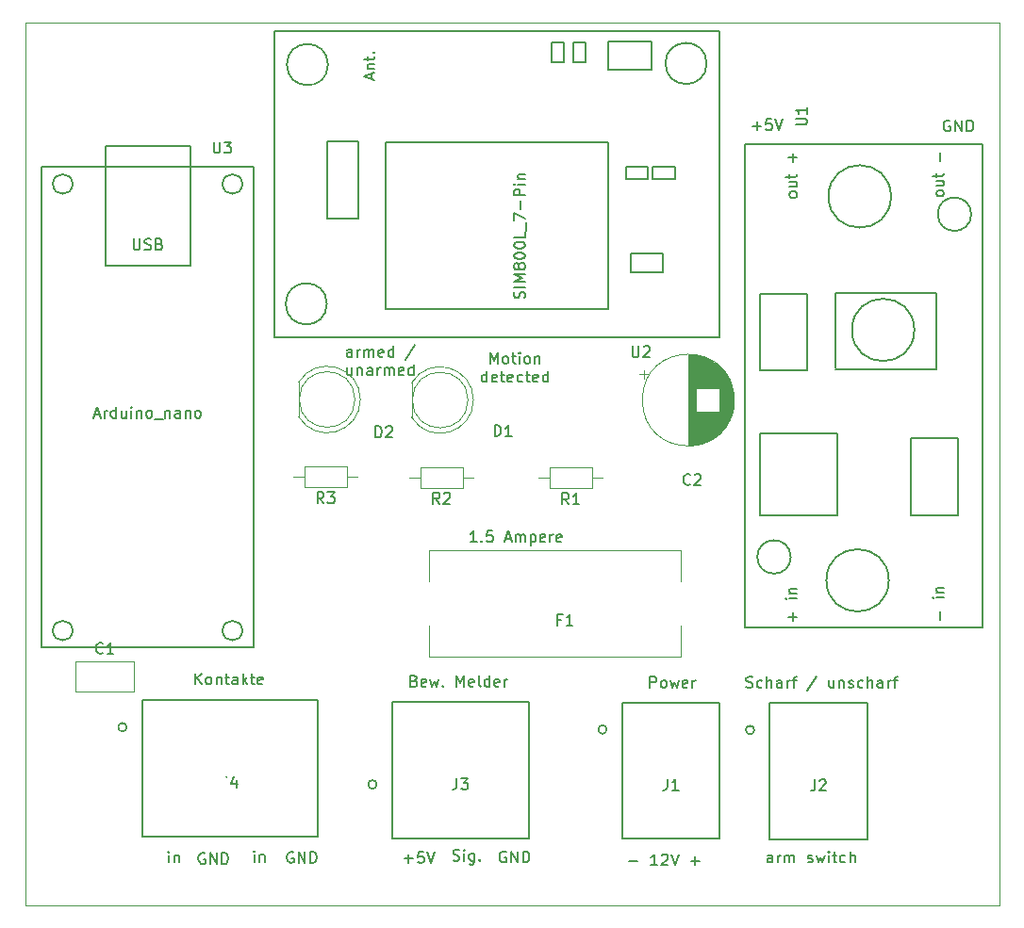
<source format=gto>
G04 #@! TF.GenerationSoftware,KiCad,Pcbnew,(5.1.5)-3*
G04 #@! TF.CreationDate,2021-05-03T11:12:42+02:00*
G04 #@! TF.ProjectId,GSM-Alarmanlage,47534d2d-416c-4617-926d-616e6c616765,rev?*
G04 #@! TF.SameCoordinates,Original*
G04 #@! TF.FileFunction,Legend,Top*
G04 #@! TF.FilePolarity,Positive*
%FSLAX46Y46*%
G04 Gerber Fmt 4.6, Leading zero omitted, Abs format (unit mm)*
G04 Created by KiCad (PCBNEW (5.1.5)-3) date 2021-05-03 11:12:42*
%MOMM*%
%LPD*%
G04 APERTURE LIST*
%ADD10C,0.150000*%
%ADD11C,0.120000*%
%ADD12C,0.152400*%
%ADD13O,2.134000X1.829200*%
%ADD14C,1.626000*%
%ADD15C,1.902000*%
%ADD16R,1.902000X1.902000*%
%ADD17C,1.502000*%
%ADD18O,1.502000X1.502000*%
%ADD19R,1.626000X1.626000*%
%ADD20R,1.702000X1.702000*%
%ADD21C,1.702000*%
%ADD22C,3.102000*%
%ADD23C,3.302000*%
G04 APERTURE END LIST*
D10*
X183038095Y-78800000D02*
X182942857Y-78752380D01*
X182800000Y-78752380D01*
X182657142Y-78800000D01*
X182561904Y-78895238D01*
X182514285Y-78990476D01*
X182466666Y-79180952D01*
X182466666Y-79323809D01*
X182514285Y-79514285D01*
X182561904Y-79609523D01*
X182657142Y-79704761D01*
X182800000Y-79752380D01*
X182895238Y-79752380D01*
X183038095Y-79704761D01*
X183085714Y-79657142D01*
X183085714Y-79323809D01*
X182895238Y-79323809D01*
X183514285Y-79752380D02*
X183514285Y-78752380D01*
X184085714Y-79752380D01*
X184085714Y-78752380D01*
X184561904Y-79752380D02*
X184561904Y-78752380D01*
X184800000Y-78752380D01*
X184942857Y-78800000D01*
X185038095Y-78895238D01*
X185085714Y-78990476D01*
X185133333Y-79180952D01*
X185133333Y-79323809D01*
X185085714Y-79514285D01*
X185038095Y-79609523D01*
X184942857Y-79704761D01*
X184800000Y-79752380D01*
X184561904Y-79752380D01*
X165314285Y-79271428D02*
X166076190Y-79271428D01*
X165695238Y-79652380D02*
X165695238Y-78890476D01*
X167028571Y-78652380D02*
X166552380Y-78652380D01*
X166504761Y-79128571D01*
X166552380Y-79080952D01*
X166647619Y-79033333D01*
X166885714Y-79033333D01*
X166980952Y-79080952D01*
X167028571Y-79128571D01*
X167076190Y-79223809D01*
X167076190Y-79461904D01*
X167028571Y-79557142D01*
X166980952Y-79604761D01*
X166885714Y-79652380D01*
X166647619Y-79652380D01*
X166552380Y-79604761D01*
X166504761Y-79557142D01*
X167361904Y-78652380D02*
X167695238Y-79652380D01*
X168028571Y-78652380D01*
X140576190Y-116652380D02*
X140004761Y-116652380D01*
X140290476Y-116652380D02*
X140290476Y-115652380D01*
X140195238Y-115795238D01*
X140100000Y-115890476D01*
X140004761Y-115938095D01*
X141004761Y-116557142D02*
X141052380Y-116604761D01*
X141004761Y-116652380D01*
X140957142Y-116604761D01*
X141004761Y-116557142D01*
X141004761Y-116652380D01*
X141957142Y-115652380D02*
X141480952Y-115652380D01*
X141433333Y-116128571D01*
X141480952Y-116080952D01*
X141576190Y-116033333D01*
X141814285Y-116033333D01*
X141909523Y-116080952D01*
X141957142Y-116128571D01*
X142004761Y-116223809D01*
X142004761Y-116461904D01*
X141957142Y-116557142D01*
X141909523Y-116604761D01*
X141814285Y-116652380D01*
X141576190Y-116652380D01*
X141480952Y-116604761D01*
X141433333Y-116557142D01*
X143147619Y-116366666D02*
X143623809Y-116366666D01*
X143052380Y-116652380D02*
X143385714Y-115652380D01*
X143719047Y-116652380D01*
X144052380Y-116652380D02*
X144052380Y-115985714D01*
X144052380Y-116080952D02*
X144100000Y-116033333D01*
X144195238Y-115985714D01*
X144338095Y-115985714D01*
X144433333Y-116033333D01*
X144480952Y-116128571D01*
X144480952Y-116652380D01*
X144480952Y-116128571D02*
X144528571Y-116033333D01*
X144623809Y-115985714D01*
X144766666Y-115985714D01*
X144861904Y-116033333D01*
X144909523Y-116128571D01*
X144909523Y-116652380D01*
X145385714Y-115985714D02*
X145385714Y-116985714D01*
X145385714Y-116033333D02*
X145480952Y-115985714D01*
X145671428Y-115985714D01*
X145766666Y-116033333D01*
X145814285Y-116080952D01*
X145861904Y-116176190D01*
X145861904Y-116461904D01*
X145814285Y-116557142D01*
X145766666Y-116604761D01*
X145671428Y-116652380D01*
X145480952Y-116652380D01*
X145385714Y-116604761D01*
X146671428Y-116604761D02*
X146576190Y-116652380D01*
X146385714Y-116652380D01*
X146290476Y-116604761D01*
X146242857Y-116509523D01*
X146242857Y-116128571D01*
X146290476Y-116033333D01*
X146385714Y-115985714D01*
X146576190Y-115985714D01*
X146671428Y-116033333D01*
X146719047Y-116128571D01*
X146719047Y-116223809D01*
X146242857Y-116319047D01*
X147147619Y-116652380D02*
X147147619Y-115985714D01*
X147147619Y-116176190D02*
X147195238Y-116080952D01*
X147242857Y-116033333D01*
X147338095Y-115985714D01*
X147433333Y-115985714D01*
X148147619Y-116604761D02*
X148052380Y-116652380D01*
X147861904Y-116652380D01*
X147766666Y-116604761D01*
X147719047Y-116509523D01*
X147719047Y-116128571D01*
X147766666Y-116033333D01*
X147861904Y-115985714D01*
X148052380Y-115985714D01*
X148147619Y-116033333D01*
X148195238Y-116128571D01*
X148195238Y-116223809D01*
X147719047Y-116319047D01*
X129352380Y-100027380D02*
X129352380Y-99503571D01*
X129304761Y-99408333D01*
X129209523Y-99360714D01*
X129019047Y-99360714D01*
X128923809Y-99408333D01*
X129352380Y-99979761D02*
X129257142Y-100027380D01*
X129019047Y-100027380D01*
X128923809Y-99979761D01*
X128876190Y-99884523D01*
X128876190Y-99789285D01*
X128923809Y-99694047D01*
X129019047Y-99646428D01*
X129257142Y-99646428D01*
X129352380Y-99598809D01*
X129828571Y-100027380D02*
X129828571Y-99360714D01*
X129828571Y-99551190D02*
X129876190Y-99455952D01*
X129923809Y-99408333D01*
X130019047Y-99360714D01*
X130114285Y-99360714D01*
X130447619Y-100027380D02*
X130447619Y-99360714D01*
X130447619Y-99455952D02*
X130495238Y-99408333D01*
X130590476Y-99360714D01*
X130733333Y-99360714D01*
X130828571Y-99408333D01*
X130876190Y-99503571D01*
X130876190Y-100027380D01*
X130876190Y-99503571D02*
X130923809Y-99408333D01*
X131019047Y-99360714D01*
X131161904Y-99360714D01*
X131257142Y-99408333D01*
X131304761Y-99503571D01*
X131304761Y-100027380D01*
X132161904Y-99979761D02*
X132066666Y-100027380D01*
X131876190Y-100027380D01*
X131780952Y-99979761D01*
X131733333Y-99884523D01*
X131733333Y-99503571D01*
X131780952Y-99408333D01*
X131876190Y-99360714D01*
X132066666Y-99360714D01*
X132161904Y-99408333D01*
X132209523Y-99503571D01*
X132209523Y-99598809D01*
X131733333Y-99694047D01*
X133066666Y-100027380D02*
X133066666Y-99027380D01*
X133066666Y-99979761D02*
X132971428Y-100027380D01*
X132780952Y-100027380D01*
X132685714Y-99979761D01*
X132638095Y-99932142D01*
X132590476Y-99836904D01*
X132590476Y-99551190D01*
X132638095Y-99455952D01*
X132685714Y-99408333D01*
X132780952Y-99360714D01*
X132971428Y-99360714D01*
X133066666Y-99408333D01*
X135019047Y-98979761D02*
X134161904Y-100265476D01*
X129352380Y-101010714D02*
X129352380Y-101677380D01*
X128923809Y-101010714D02*
X128923809Y-101534523D01*
X128971428Y-101629761D01*
X129066666Y-101677380D01*
X129209523Y-101677380D01*
X129304761Y-101629761D01*
X129352380Y-101582142D01*
X129828571Y-101010714D02*
X129828571Y-101677380D01*
X129828571Y-101105952D02*
X129876190Y-101058333D01*
X129971428Y-101010714D01*
X130114285Y-101010714D01*
X130209523Y-101058333D01*
X130257142Y-101153571D01*
X130257142Y-101677380D01*
X131161904Y-101677380D02*
X131161904Y-101153571D01*
X131114285Y-101058333D01*
X131019047Y-101010714D01*
X130828571Y-101010714D01*
X130733333Y-101058333D01*
X131161904Y-101629761D02*
X131066666Y-101677380D01*
X130828571Y-101677380D01*
X130733333Y-101629761D01*
X130685714Y-101534523D01*
X130685714Y-101439285D01*
X130733333Y-101344047D01*
X130828571Y-101296428D01*
X131066666Y-101296428D01*
X131161904Y-101248809D01*
X131638095Y-101677380D02*
X131638095Y-101010714D01*
X131638095Y-101201190D02*
X131685714Y-101105952D01*
X131733333Y-101058333D01*
X131828571Y-101010714D01*
X131923809Y-101010714D01*
X132257142Y-101677380D02*
X132257142Y-101010714D01*
X132257142Y-101105952D02*
X132304761Y-101058333D01*
X132400000Y-101010714D01*
X132542857Y-101010714D01*
X132638095Y-101058333D01*
X132685714Y-101153571D01*
X132685714Y-101677380D01*
X132685714Y-101153571D02*
X132733333Y-101058333D01*
X132828571Y-101010714D01*
X132971428Y-101010714D01*
X133066666Y-101058333D01*
X133114285Y-101153571D01*
X133114285Y-101677380D01*
X133971428Y-101629761D02*
X133876190Y-101677380D01*
X133685714Y-101677380D01*
X133590476Y-101629761D01*
X133542857Y-101534523D01*
X133542857Y-101153571D01*
X133590476Y-101058333D01*
X133685714Y-101010714D01*
X133876190Y-101010714D01*
X133971428Y-101058333D01*
X134019047Y-101153571D01*
X134019047Y-101248809D01*
X133542857Y-101344047D01*
X134876190Y-101677380D02*
X134876190Y-100677380D01*
X134876190Y-101629761D02*
X134780952Y-101677380D01*
X134590476Y-101677380D01*
X134495238Y-101629761D01*
X134447619Y-101582142D01*
X134400000Y-101486904D01*
X134400000Y-101201190D01*
X134447619Y-101105952D01*
X134495238Y-101058333D01*
X134590476Y-101010714D01*
X134780952Y-101010714D01*
X134876190Y-101058333D01*
X141785714Y-100627380D02*
X141785714Y-99627380D01*
X142119047Y-100341666D01*
X142452380Y-99627380D01*
X142452380Y-100627380D01*
X143071428Y-100627380D02*
X142976190Y-100579761D01*
X142928571Y-100532142D01*
X142880952Y-100436904D01*
X142880952Y-100151190D01*
X142928571Y-100055952D01*
X142976190Y-100008333D01*
X143071428Y-99960714D01*
X143214285Y-99960714D01*
X143309523Y-100008333D01*
X143357142Y-100055952D01*
X143404761Y-100151190D01*
X143404761Y-100436904D01*
X143357142Y-100532142D01*
X143309523Y-100579761D01*
X143214285Y-100627380D01*
X143071428Y-100627380D01*
X143690476Y-99960714D02*
X144071428Y-99960714D01*
X143833333Y-99627380D02*
X143833333Y-100484523D01*
X143880952Y-100579761D01*
X143976190Y-100627380D01*
X144071428Y-100627380D01*
X144404761Y-100627380D02*
X144404761Y-99960714D01*
X144404761Y-99627380D02*
X144357142Y-99675000D01*
X144404761Y-99722619D01*
X144452380Y-99675000D01*
X144404761Y-99627380D01*
X144404761Y-99722619D01*
X145023809Y-100627380D02*
X144928571Y-100579761D01*
X144880952Y-100532142D01*
X144833333Y-100436904D01*
X144833333Y-100151190D01*
X144880952Y-100055952D01*
X144928571Y-100008333D01*
X145023809Y-99960714D01*
X145166666Y-99960714D01*
X145261904Y-100008333D01*
X145309523Y-100055952D01*
X145357142Y-100151190D01*
X145357142Y-100436904D01*
X145309523Y-100532142D01*
X145261904Y-100579761D01*
X145166666Y-100627380D01*
X145023809Y-100627380D01*
X145785714Y-99960714D02*
X145785714Y-100627380D01*
X145785714Y-100055952D02*
X145833333Y-100008333D01*
X145928571Y-99960714D01*
X146071428Y-99960714D01*
X146166666Y-100008333D01*
X146214285Y-100103571D01*
X146214285Y-100627380D01*
X141476190Y-102277380D02*
X141476190Y-101277380D01*
X141476190Y-102229761D02*
X141380952Y-102277380D01*
X141190476Y-102277380D01*
X141095238Y-102229761D01*
X141047619Y-102182142D01*
X141000000Y-102086904D01*
X141000000Y-101801190D01*
X141047619Y-101705952D01*
X141095238Y-101658333D01*
X141190476Y-101610714D01*
X141380952Y-101610714D01*
X141476190Y-101658333D01*
X142333333Y-102229761D02*
X142238095Y-102277380D01*
X142047619Y-102277380D01*
X141952380Y-102229761D01*
X141904761Y-102134523D01*
X141904761Y-101753571D01*
X141952380Y-101658333D01*
X142047619Y-101610714D01*
X142238095Y-101610714D01*
X142333333Y-101658333D01*
X142380952Y-101753571D01*
X142380952Y-101848809D01*
X141904761Y-101944047D01*
X142666666Y-101610714D02*
X143047619Y-101610714D01*
X142809523Y-101277380D02*
X142809523Y-102134523D01*
X142857142Y-102229761D01*
X142952380Y-102277380D01*
X143047619Y-102277380D01*
X143761904Y-102229761D02*
X143666666Y-102277380D01*
X143476190Y-102277380D01*
X143380952Y-102229761D01*
X143333333Y-102134523D01*
X143333333Y-101753571D01*
X143380952Y-101658333D01*
X143476190Y-101610714D01*
X143666666Y-101610714D01*
X143761904Y-101658333D01*
X143809523Y-101753571D01*
X143809523Y-101848809D01*
X143333333Y-101944047D01*
X144666666Y-102229761D02*
X144571428Y-102277380D01*
X144380952Y-102277380D01*
X144285714Y-102229761D01*
X144238095Y-102182142D01*
X144190476Y-102086904D01*
X144190476Y-101801190D01*
X144238095Y-101705952D01*
X144285714Y-101658333D01*
X144380952Y-101610714D01*
X144571428Y-101610714D01*
X144666666Y-101658333D01*
X144952380Y-101610714D02*
X145333333Y-101610714D01*
X145095238Y-101277380D02*
X145095238Y-102134523D01*
X145142857Y-102229761D01*
X145238095Y-102277380D01*
X145333333Y-102277380D01*
X146047619Y-102229761D02*
X145952380Y-102277380D01*
X145761904Y-102277380D01*
X145666666Y-102229761D01*
X145619047Y-102134523D01*
X145619047Y-101753571D01*
X145666666Y-101658333D01*
X145761904Y-101610714D01*
X145952380Y-101610714D01*
X146047619Y-101658333D01*
X146095238Y-101753571D01*
X146095238Y-101848809D01*
X145619047Y-101944047D01*
X146952380Y-102277380D02*
X146952380Y-101277380D01*
X146952380Y-102229761D02*
X146857142Y-102277380D01*
X146666666Y-102277380D01*
X146571428Y-102229761D01*
X146523809Y-102182142D01*
X146476190Y-102086904D01*
X146476190Y-101801190D01*
X146523809Y-101705952D01*
X146571428Y-101658333D01*
X146666666Y-101610714D01*
X146857142Y-101610714D01*
X146952380Y-101658333D01*
X120597619Y-145402380D02*
X120597619Y-144735714D01*
X120597619Y-144402380D02*
X120550000Y-144450000D01*
X120597619Y-144497619D01*
X120645238Y-144450000D01*
X120597619Y-144402380D01*
X120597619Y-144497619D01*
X121073809Y-144735714D02*
X121073809Y-145402380D01*
X121073809Y-144830952D02*
X121121428Y-144783333D01*
X121216666Y-144735714D01*
X121359523Y-144735714D01*
X121454761Y-144783333D01*
X121502380Y-144878571D01*
X121502380Y-145402380D01*
X112897619Y-145452380D02*
X112897619Y-144785714D01*
X112897619Y-144452380D02*
X112850000Y-144500000D01*
X112897619Y-144547619D01*
X112945238Y-144500000D01*
X112897619Y-144452380D01*
X112897619Y-144547619D01*
X113373809Y-144785714D02*
X113373809Y-145452380D01*
X113373809Y-144880952D02*
X113421428Y-144833333D01*
X113516666Y-144785714D01*
X113659523Y-144785714D01*
X113754761Y-144833333D01*
X113802380Y-144928571D01*
X113802380Y-145452380D01*
X124088095Y-144550000D02*
X123992857Y-144502380D01*
X123850000Y-144502380D01*
X123707142Y-144550000D01*
X123611904Y-144645238D01*
X123564285Y-144740476D01*
X123516666Y-144930952D01*
X123516666Y-145073809D01*
X123564285Y-145264285D01*
X123611904Y-145359523D01*
X123707142Y-145454761D01*
X123850000Y-145502380D01*
X123945238Y-145502380D01*
X124088095Y-145454761D01*
X124135714Y-145407142D01*
X124135714Y-145073809D01*
X123945238Y-145073809D01*
X124564285Y-145502380D02*
X124564285Y-144502380D01*
X125135714Y-145502380D01*
X125135714Y-144502380D01*
X125611904Y-145502380D02*
X125611904Y-144502380D01*
X125850000Y-144502380D01*
X125992857Y-144550000D01*
X126088095Y-144645238D01*
X126135714Y-144740476D01*
X126183333Y-144930952D01*
X126183333Y-145073809D01*
X126135714Y-145264285D01*
X126088095Y-145359523D01*
X125992857Y-145454761D01*
X125850000Y-145502380D01*
X125611904Y-145502380D01*
X116138095Y-144650000D02*
X116042857Y-144602380D01*
X115900000Y-144602380D01*
X115757142Y-144650000D01*
X115661904Y-144745238D01*
X115614285Y-144840476D01*
X115566666Y-145030952D01*
X115566666Y-145173809D01*
X115614285Y-145364285D01*
X115661904Y-145459523D01*
X115757142Y-145554761D01*
X115900000Y-145602380D01*
X115995238Y-145602380D01*
X116138095Y-145554761D01*
X116185714Y-145507142D01*
X116185714Y-145173809D01*
X115995238Y-145173809D01*
X116614285Y-145602380D02*
X116614285Y-144602380D01*
X117185714Y-145602380D01*
X117185714Y-144602380D01*
X117661904Y-145602380D02*
X117661904Y-144602380D01*
X117900000Y-144602380D01*
X118042857Y-144650000D01*
X118138095Y-144745238D01*
X118185714Y-144840476D01*
X118233333Y-145030952D01*
X118233333Y-145173809D01*
X118185714Y-145364285D01*
X118138095Y-145459523D01*
X118042857Y-145554761D01*
X117900000Y-145602380D01*
X117661904Y-145602380D01*
X143188095Y-144500000D02*
X143092857Y-144452380D01*
X142950000Y-144452380D01*
X142807142Y-144500000D01*
X142711904Y-144595238D01*
X142664285Y-144690476D01*
X142616666Y-144880952D01*
X142616666Y-145023809D01*
X142664285Y-145214285D01*
X142711904Y-145309523D01*
X142807142Y-145404761D01*
X142950000Y-145452380D01*
X143045238Y-145452380D01*
X143188095Y-145404761D01*
X143235714Y-145357142D01*
X143235714Y-145023809D01*
X143045238Y-145023809D01*
X143664285Y-145452380D02*
X143664285Y-144452380D01*
X144235714Y-145452380D01*
X144235714Y-144452380D01*
X144711904Y-145452380D02*
X144711904Y-144452380D01*
X144950000Y-144452380D01*
X145092857Y-144500000D01*
X145188095Y-144595238D01*
X145235714Y-144690476D01*
X145283333Y-144880952D01*
X145283333Y-145023809D01*
X145235714Y-145214285D01*
X145188095Y-145309523D01*
X145092857Y-145404761D01*
X144950000Y-145452380D01*
X144711904Y-145452380D01*
X138435714Y-145254761D02*
X138578571Y-145302380D01*
X138816666Y-145302380D01*
X138911904Y-145254761D01*
X138959523Y-145207142D01*
X139007142Y-145111904D01*
X139007142Y-145016666D01*
X138959523Y-144921428D01*
X138911904Y-144873809D01*
X138816666Y-144826190D01*
X138626190Y-144778571D01*
X138530952Y-144730952D01*
X138483333Y-144683333D01*
X138435714Y-144588095D01*
X138435714Y-144492857D01*
X138483333Y-144397619D01*
X138530952Y-144350000D01*
X138626190Y-144302380D01*
X138864285Y-144302380D01*
X139007142Y-144350000D01*
X139435714Y-145302380D02*
X139435714Y-144635714D01*
X139435714Y-144302380D02*
X139388095Y-144350000D01*
X139435714Y-144397619D01*
X139483333Y-144350000D01*
X139435714Y-144302380D01*
X139435714Y-144397619D01*
X140340476Y-144635714D02*
X140340476Y-145445238D01*
X140292857Y-145540476D01*
X140245238Y-145588095D01*
X140150000Y-145635714D01*
X140007142Y-145635714D01*
X139911904Y-145588095D01*
X140340476Y-145254761D02*
X140245238Y-145302380D01*
X140054761Y-145302380D01*
X139959523Y-145254761D01*
X139911904Y-145207142D01*
X139864285Y-145111904D01*
X139864285Y-144826190D01*
X139911904Y-144730952D01*
X139959523Y-144683333D01*
X140054761Y-144635714D01*
X140245238Y-144635714D01*
X140340476Y-144683333D01*
X140816666Y-145207142D02*
X140864285Y-145254761D01*
X140816666Y-145302380D01*
X140769047Y-145254761D01*
X140816666Y-145207142D01*
X140816666Y-145302380D01*
X134064285Y-145121428D02*
X134826190Y-145121428D01*
X134445238Y-145502380D02*
X134445238Y-144740476D01*
X135778571Y-144502380D02*
X135302380Y-144502380D01*
X135254761Y-144978571D01*
X135302380Y-144930952D01*
X135397619Y-144883333D01*
X135635714Y-144883333D01*
X135730952Y-144930952D01*
X135778571Y-144978571D01*
X135826190Y-145073809D01*
X135826190Y-145311904D01*
X135778571Y-145407142D01*
X135730952Y-145454761D01*
X135635714Y-145502380D01*
X135397619Y-145502380D01*
X135302380Y-145454761D01*
X135254761Y-145407142D01*
X136111904Y-144502380D02*
X136445238Y-145502380D01*
X136778571Y-144502380D01*
X167123809Y-145452380D02*
X167123809Y-144928571D01*
X167076190Y-144833333D01*
X166980952Y-144785714D01*
X166790476Y-144785714D01*
X166695238Y-144833333D01*
X167123809Y-145404761D02*
X167028571Y-145452380D01*
X166790476Y-145452380D01*
X166695238Y-145404761D01*
X166647619Y-145309523D01*
X166647619Y-145214285D01*
X166695238Y-145119047D01*
X166790476Y-145071428D01*
X167028571Y-145071428D01*
X167123809Y-145023809D01*
X167600000Y-145452380D02*
X167600000Y-144785714D01*
X167600000Y-144976190D02*
X167647619Y-144880952D01*
X167695238Y-144833333D01*
X167790476Y-144785714D01*
X167885714Y-144785714D01*
X168219047Y-145452380D02*
X168219047Y-144785714D01*
X168219047Y-144880952D02*
X168266666Y-144833333D01*
X168361904Y-144785714D01*
X168504761Y-144785714D01*
X168600000Y-144833333D01*
X168647619Y-144928571D01*
X168647619Y-145452380D01*
X168647619Y-144928571D02*
X168695238Y-144833333D01*
X168790476Y-144785714D01*
X168933333Y-144785714D01*
X169028571Y-144833333D01*
X169076190Y-144928571D01*
X169076190Y-145452380D01*
X170266666Y-145404761D02*
X170361904Y-145452380D01*
X170552380Y-145452380D01*
X170647619Y-145404761D01*
X170695238Y-145309523D01*
X170695238Y-145261904D01*
X170647619Y-145166666D01*
X170552380Y-145119047D01*
X170409523Y-145119047D01*
X170314285Y-145071428D01*
X170266666Y-144976190D01*
X170266666Y-144928571D01*
X170314285Y-144833333D01*
X170409523Y-144785714D01*
X170552380Y-144785714D01*
X170647619Y-144833333D01*
X171028571Y-144785714D02*
X171219047Y-145452380D01*
X171409523Y-144976190D01*
X171600000Y-145452380D01*
X171790476Y-144785714D01*
X172171428Y-145452380D02*
X172171428Y-144785714D01*
X172171428Y-144452380D02*
X172123809Y-144500000D01*
X172171428Y-144547619D01*
X172219047Y-144500000D01*
X172171428Y-144452380D01*
X172171428Y-144547619D01*
X172504761Y-144785714D02*
X172885714Y-144785714D01*
X172647619Y-144452380D02*
X172647619Y-145309523D01*
X172695238Y-145404761D01*
X172790476Y-145452380D01*
X172885714Y-145452380D01*
X173647619Y-145404761D02*
X173552380Y-145452380D01*
X173361904Y-145452380D01*
X173266666Y-145404761D01*
X173219047Y-145357142D01*
X173171428Y-145261904D01*
X173171428Y-144976190D01*
X173219047Y-144880952D01*
X173266666Y-144833333D01*
X173361904Y-144785714D01*
X173552380Y-144785714D01*
X173647619Y-144833333D01*
X174076190Y-145452380D02*
X174076190Y-144452380D01*
X174504761Y-145452380D02*
X174504761Y-144928571D01*
X174457142Y-144833333D01*
X174361904Y-144785714D01*
X174219047Y-144785714D01*
X174123809Y-144833333D01*
X174076190Y-144880952D01*
X154257142Y-145321428D02*
X155019047Y-145321428D01*
X156780952Y-145702380D02*
X156209523Y-145702380D01*
X156495238Y-145702380D02*
X156495238Y-144702380D01*
X156400000Y-144845238D01*
X156304761Y-144940476D01*
X156209523Y-144988095D01*
X157161904Y-144797619D02*
X157209523Y-144750000D01*
X157304761Y-144702380D01*
X157542857Y-144702380D01*
X157638095Y-144750000D01*
X157685714Y-144797619D01*
X157733333Y-144892857D01*
X157733333Y-144988095D01*
X157685714Y-145130952D01*
X157114285Y-145702380D01*
X157733333Y-145702380D01*
X158019047Y-144702380D02*
X158352380Y-145702380D01*
X158685714Y-144702380D01*
X159780952Y-145321428D02*
X160542857Y-145321428D01*
X160161904Y-145702380D02*
X160161904Y-144940476D01*
D11*
X100000000Y-149300000D02*
X100000000Y-70000000D01*
X187500000Y-149300000D02*
X100000000Y-149300000D01*
X187500000Y-70000000D02*
X187500000Y-149300000D01*
X100000000Y-70000000D02*
X187500000Y-70000000D01*
D10*
X119505000Y-84484000D02*
G75*
G03X119505000Y-84484000I-885000J0D01*
G01*
X104269000Y-84484000D02*
G75*
G03X104269000Y-84484000I-885000J0D01*
G01*
X104265000Y-124620000D02*
G75*
G03X104265000Y-124620000I-885000J0D01*
G01*
X107190000Y-81055000D02*
X114810000Y-81055000D01*
X119505000Y-124620000D02*
G75*
G03X119505000Y-124620000I-885000J0D01*
G01*
X119890000Y-126140000D02*
X120525000Y-126140000D01*
X120525000Y-126140000D02*
X120525000Y-82960000D01*
X120525000Y-82960000D02*
X101475000Y-82960000D01*
X101475000Y-82960000D02*
X101475000Y-126140000D01*
X101475000Y-126140000D02*
X119890000Y-126140000D01*
X114810000Y-85500000D02*
X114810000Y-81055000D01*
X107190000Y-85500000D02*
X107190000Y-81055000D01*
X114810000Y-85500000D02*
X114810000Y-91850000D01*
X114810000Y-91850000D02*
X107190000Y-91850000D01*
X107190000Y-91850000D02*
X107190000Y-85500000D01*
D12*
X110523067Y-143126999D02*
X126277067Y-143126999D01*
X126277067Y-143126999D02*
X126277067Y-130872999D01*
X126277067Y-130872999D02*
X110523067Y-130872999D01*
X110523067Y-130872999D02*
X110523067Y-143126999D01*
X109126067Y-133300000D02*
G75*
G03X109126067Y-133300000I-381000J0D01*
G01*
D11*
X134710000Y-102355000D02*
X134710000Y-105445000D01*
X139770000Y-103900000D02*
G75*
G03X139770000Y-103900000I-2500000J0D01*
G01*
X140260000Y-103899538D02*
G75*
G02X134710000Y-105444830I-2990000J-462D01*
G01*
X140260000Y-103900462D02*
G75*
G03X134710000Y-102355170I-2990000J462D01*
G01*
X130110000Y-103850462D02*
G75*
G03X124560000Y-102305170I-2990000J462D01*
G01*
X130110000Y-103849538D02*
G75*
G02X124560000Y-105394830I-2990000J-462D01*
G01*
X129620000Y-103850000D02*
G75*
G03X129620000Y-103850000I-2500000J0D01*
G01*
X124560000Y-102305000D02*
X124560000Y-105395000D01*
X150910000Y-111820000D02*
X150910000Y-109980000D01*
X150910000Y-109980000D02*
X147070000Y-109980000D01*
X147070000Y-109980000D02*
X147070000Y-111820000D01*
X147070000Y-111820000D02*
X150910000Y-111820000D01*
X151860000Y-110900000D02*
X150910000Y-110900000D01*
X146120000Y-110900000D02*
X147070000Y-110900000D01*
X134520000Y-110850000D02*
X135470000Y-110850000D01*
X140260000Y-110850000D02*
X139310000Y-110850000D01*
X135470000Y-111770000D02*
X139310000Y-111770000D01*
X135470000Y-109930000D02*
X135470000Y-111770000D01*
X139310000Y-109930000D02*
X135470000Y-109930000D01*
X139310000Y-111770000D02*
X139310000Y-109930000D01*
X128910000Y-111720000D02*
X128910000Y-109880000D01*
X128910000Y-109880000D02*
X125070000Y-109880000D01*
X125070000Y-109880000D02*
X125070000Y-111720000D01*
X125070000Y-111720000D02*
X128910000Y-111720000D01*
X129860000Y-110800000D02*
X128910000Y-110800000D01*
X124120000Y-110800000D02*
X125070000Y-110800000D01*
D10*
X162350000Y-70850000D02*
X162350000Y-98250000D01*
X162350000Y-98250000D02*
X122350000Y-98250000D01*
X122350000Y-98250000D02*
X122350000Y-70750000D01*
X122350000Y-70750000D02*
X162350000Y-70750000D01*
X161200000Y-73650000D02*
G75*
G03X161200000Y-73650000I-1850000J0D01*
G01*
X127200000Y-73750000D02*
G75*
G03X127200000Y-73750000I-1850000J0D01*
G01*
X127100000Y-95250000D02*
G75*
G03X127100000Y-95250000I-1850000J0D01*
G01*
X152350000Y-95750000D02*
X132350000Y-95750000D01*
X132350000Y-95750000D02*
X132350000Y-80750000D01*
X132350000Y-80750000D02*
X152350000Y-80750000D01*
X152350000Y-80750000D02*
X152350000Y-95750000D01*
X129950000Y-80650000D02*
X129950000Y-87550000D01*
X129950000Y-87550000D02*
X127150000Y-87550000D01*
X127150000Y-87550000D02*
X127150000Y-80650000D01*
X127150000Y-80650000D02*
X129950000Y-80650000D01*
X156250000Y-71750000D02*
X156250000Y-74250000D01*
X156250000Y-74250000D02*
X152350000Y-74250000D01*
X152350000Y-74250000D02*
X152350000Y-71650000D01*
X152350000Y-71650000D02*
X156250000Y-71650000D01*
X157250000Y-90750000D02*
X154350000Y-90750000D01*
X154350000Y-90750000D02*
X154350000Y-92450000D01*
X154350000Y-92450000D02*
X157250000Y-92450000D01*
X157250000Y-92450000D02*
X157250000Y-90750000D01*
X158350000Y-82950000D02*
X156350000Y-82950000D01*
X156350000Y-82950000D02*
X156350000Y-84050000D01*
X156350000Y-84050000D02*
X158350000Y-84050000D01*
X158350000Y-84050000D02*
X158350000Y-82950000D01*
X155950000Y-82950000D02*
X153950000Y-82950000D01*
X153950000Y-82950000D02*
X153950000Y-84050000D01*
X153950000Y-84050000D02*
X155950000Y-84050000D01*
X155950000Y-84050000D02*
X155950000Y-82950000D01*
X150350000Y-71750000D02*
X150350000Y-73550000D01*
X150350000Y-73550000D02*
X149250000Y-73550000D01*
X149250000Y-73550000D02*
X149250000Y-71750000D01*
X149250000Y-71750000D02*
X150350000Y-71750000D01*
X148350000Y-71750000D02*
X148350000Y-73550000D01*
X148350000Y-73550000D02*
X147250000Y-73550000D01*
X147250000Y-73550000D02*
X147250000Y-71750000D01*
X147250000Y-71750000D02*
X148350000Y-71750000D01*
X164650000Y-124300000D02*
X185986000Y-124300000D01*
X185986000Y-124300000D02*
X185950000Y-81000000D01*
X185986000Y-80866000D02*
X164650000Y-80866000D01*
X164650000Y-80866000D02*
X164650000Y-124300000D01*
X168750000Y-118000000D02*
G75*
G03X168750000Y-118000000I-1500000J0D01*
G01*
X184950000Y-87200000D02*
G75*
G03X184950000Y-87200000I-1500000J0D01*
G01*
X177751785Y-85600000D02*
G75*
G03X177751785Y-85600000I-2801785J0D01*
G01*
X177553570Y-120100000D02*
G75*
G03X177553570Y-120100000I-2801785J0D01*
G01*
X165950000Y-114300000D02*
X165950000Y-106900000D01*
X165950000Y-106900000D02*
X172950000Y-106900000D01*
X172950000Y-106900000D02*
X172950000Y-114300000D01*
X172950000Y-114300000D02*
X165950000Y-114300000D01*
X165950000Y-114300000D02*
X166050000Y-114200000D01*
X165950000Y-101200000D02*
X165950000Y-94400000D01*
X165950000Y-94400000D02*
X170250000Y-94400000D01*
X170250000Y-94400000D02*
X170250000Y-101200000D01*
X170250000Y-101200000D02*
X165950000Y-101200000D01*
X172750000Y-101100000D02*
X181850000Y-101100000D01*
X181850000Y-101100000D02*
X181850000Y-94300000D01*
X181850000Y-94300000D02*
X172750000Y-94300000D01*
X172750000Y-94300000D02*
X172750000Y-101000000D01*
X179550000Y-114300000D02*
X179550000Y-107300000D01*
X179550000Y-107300000D02*
X183750000Y-107300000D01*
X183750000Y-107300000D02*
X183750000Y-114300000D01*
X183750000Y-114300000D02*
X179650000Y-114300000D01*
X179850000Y-97600000D02*
G75*
G03X179850000Y-97600000I-2801785J0D01*
G01*
D11*
X163670000Y-103900000D02*
G75*
G03X163670000Y-103900000I-4120000J0D01*
G01*
X159550000Y-99820000D02*
X159550000Y-107980000D01*
X159590000Y-99820000D02*
X159590000Y-107980000D01*
X159630000Y-99820000D02*
X159630000Y-107980000D01*
X159670000Y-99821000D02*
X159670000Y-107979000D01*
X159710000Y-99823000D02*
X159710000Y-107977000D01*
X159750000Y-99824000D02*
X159750000Y-107976000D01*
X159790000Y-99826000D02*
X159790000Y-107974000D01*
X159830000Y-99829000D02*
X159830000Y-107971000D01*
X159870000Y-99832000D02*
X159870000Y-107968000D01*
X159910000Y-99835000D02*
X159910000Y-107965000D01*
X159950000Y-99839000D02*
X159950000Y-107961000D01*
X159990000Y-99843000D02*
X159990000Y-107957000D01*
X160030000Y-99848000D02*
X160030000Y-107952000D01*
X160070000Y-99852000D02*
X160070000Y-107948000D01*
X160110000Y-99858000D02*
X160110000Y-107942000D01*
X160150000Y-99863000D02*
X160150000Y-107937000D01*
X160190000Y-99870000D02*
X160190000Y-107930000D01*
X160230000Y-99876000D02*
X160230000Y-107924000D01*
X160271000Y-99883000D02*
X160271000Y-102860000D01*
X160271000Y-104940000D02*
X160271000Y-107917000D01*
X160311000Y-99890000D02*
X160311000Y-102860000D01*
X160311000Y-104940000D02*
X160311000Y-107910000D01*
X160351000Y-99898000D02*
X160351000Y-102860000D01*
X160351000Y-104940000D02*
X160351000Y-107902000D01*
X160391000Y-99906000D02*
X160391000Y-102860000D01*
X160391000Y-104940000D02*
X160391000Y-107894000D01*
X160431000Y-99915000D02*
X160431000Y-102860000D01*
X160431000Y-104940000D02*
X160431000Y-107885000D01*
X160471000Y-99924000D02*
X160471000Y-102860000D01*
X160471000Y-104940000D02*
X160471000Y-107876000D01*
X160511000Y-99933000D02*
X160511000Y-102860000D01*
X160511000Y-104940000D02*
X160511000Y-107867000D01*
X160551000Y-99943000D02*
X160551000Y-102860000D01*
X160551000Y-104940000D02*
X160551000Y-107857000D01*
X160591000Y-99953000D02*
X160591000Y-102860000D01*
X160591000Y-104940000D02*
X160591000Y-107847000D01*
X160631000Y-99964000D02*
X160631000Y-102860000D01*
X160631000Y-104940000D02*
X160631000Y-107836000D01*
X160671000Y-99975000D02*
X160671000Y-102860000D01*
X160671000Y-104940000D02*
X160671000Y-107825000D01*
X160711000Y-99986000D02*
X160711000Y-102860000D01*
X160711000Y-104940000D02*
X160711000Y-107814000D01*
X160751000Y-99998000D02*
X160751000Y-102860000D01*
X160751000Y-104940000D02*
X160751000Y-107802000D01*
X160791000Y-100011000D02*
X160791000Y-102860000D01*
X160791000Y-104940000D02*
X160791000Y-107789000D01*
X160831000Y-100023000D02*
X160831000Y-102860000D01*
X160831000Y-104940000D02*
X160831000Y-107777000D01*
X160871000Y-100037000D02*
X160871000Y-102860000D01*
X160871000Y-104940000D02*
X160871000Y-107763000D01*
X160911000Y-100050000D02*
X160911000Y-102860000D01*
X160911000Y-104940000D02*
X160911000Y-107750000D01*
X160951000Y-100065000D02*
X160951000Y-102860000D01*
X160951000Y-104940000D02*
X160951000Y-107735000D01*
X160991000Y-100079000D02*
X160991000Y-102860000D01*
X160991000Y-104940000D02*
X160991000Y-107721000D01*
X161031000Y-100095000D02*
X161031000Y-102860000D01*
X161031000Y-104940000D02*
X161031000Y-107705000D01*
X161071000Y-100110000D02*
X161071000Y-102860000D01*
X161071000Y-104940000D02*
X161071000Y-107690000D01*
X161111000Y-100126000D02*
X161111000Y-102860000D01*
X161111000Y-104940000D02*
X161111000Y-107674000D01*
X161151000Y-100143000D02*
X161151000Y-102860000D01*
X161151000Y-104940000D02*
X161151000Y-107657000D01*
X161191000Y-100160000D02*
X161191000Y-102860000D01*
X161191000Y-104940000D02*
X161191000Y-107640000D01*
X161231000Y-100178000D02*
X161231000Y-102860000D01*
X161231000Y-104940000D02*
X161231000Y-107622000D01*
X161271000Y-100196000D02*
X161271000Y-102860000D01*
X161271000Y-104940000D02*
X161271000Y-107604000D01*
X161311000Y-100214000D02*
X161311000Y-102860000D01*
X161311000Y-104940000D02*
X161311000Y-107586000D01*
X161351000Y-100234000D02*
X161351000Y-102860000D01*
X161351000Y-104940000D02*
X161351000Y-107566000D01*
X161391000Y-100253000D02*
X161391000Y-102860000D01*
X161391000Y-104940000D02*
X161391000Y-107547000D01*
X161431000Y-100273000D02*
X161431000Y-102860000D01*
X161431000Y-104940000D02*
X161431000Y-107527000D01*
X161471000Y-100294000D02*
X161471000Y-102860000D01*
X161471000Y-104940000D02*
X161471000Y-107506000D01*
X161511000Y-100316000D02*
X161511000Y-102860000D01*
X161511000Y-104940000D02*
X161511000Y-107484000D01*
X161551000Y-100338000D02*
X161551000Y-102860000D01*
X161551000Y-104940000D02*
X161551000Y-107462000D01*
X161591000Y-100360000D02*
X161591000Y-102860000D01*
X161591000Y-104940000D02*
X161591000Y-107440000D01*
X161631000Y-100383000D02*
X161631000Y-102860000D01*
X161631000Y-104940000D02*
X161631000Y-107417000D01*
X161671000Y-100407000D02*
X161671000Y-102860000D01*
X161671000Y-104940000D02*
X161671000Y-107393000D01*
X161711000Y-100431000D02*
X161711000Y-102860000D01*
X161711000Y-104940000D02*
X161711000Y-107369000D01*
X161751000Y-100456000D02*
X161751000Y-102860000D01*
X161751000Y-104940000D02*
X161751000Y-107344000D01*
X161791000Y-100482000D02*
X161791000Y-102860000D01*
X161791000Y-104940000D02*
X161791000Y-107318000D01*
X161831000Y-100508000D02*
X161831000Y-102860000D01*
X161831000Y-104940000D02*
X161831000Y-107292000D01*
X161871000Y-100535000D02*
X161871000Y-102860000D01*
X161871000Y-104940000D02*
X161871000Y-107265000D01*
X161911000Y-100562000D02*
X161911000Y-102860000D01*
X161911000Y-104940000D02*
X161911000Y-107238000D01*
X161951000Y-100591000D02*
X161951000Y-102860000D01*
X161951000Y-104940000D02*
X161951000Y-107209000D01*
X161991000Y-100620000D02*
X161991000Y-102860000D01*
X161991000Y-104940000D02*
X161991000Y-107180000D01*
X162031000Y-100650000D02*
X162031000Y-102860000D01*
X162031000Y-104940000D02*
X162031000Y-107150000D01*
X162071000Y-100680000D02*
X162071000Y-102860000D01*
X162071000Y-104940000D02*
X162071000Y-107120000D01*
X162111000Y-100711000D02*
X162111000Y-102860000D01*
X162111000Y-104940000D02*
X162111000Y-107089000D01*
X162151000Y-100744000D02*
X162151000Y-102860000D01*
X162151000Y-104940000D02*
X162151000Y-107056000D01*
X162191000Y-100776000D02*
X162191000Y-102860000D01*
X162191000Y-104940000D02*
X162191000Y-107024000D01*
X162231000Y-100810000D02*
X162231000Y-102860000D01*
X162231000Y-104940000D02*
X162231000Y-106990000D01*
X162271000Y-100845000D02*
X162271000Y-102860000D01*
X162271000Y-104940000D02*
X162271000Y-106955000D01*
X162311000Y-100881000D02*
X162311000Y-102860000D01*
X162311000Y-104940000D02*
X162311000Y-106919000D01*
X162351000Y-100917000D02*
X162351000Y-106883000D01*
X162391000Y-100955000D02*
X162391000Y-106845000D01*
X162431000Y-100993000D02*
X162431000Y-106807000D01*
X162471000Y-101033000D02*
X162471000Y-106767000D01*
X162511000Y-101074000D02*
X162511000Y-106726000D01*
X162551000Y-101116000D02*
X162551000Y-106684000D01*
X162591000Y-101159000D02*
X162591000Y-106641000D01*
X162631000Y-101203000D02*
X162631000Y-106597000D01*
X162671000Y-101249000D02*
X162671000Y-106551000D01*
X162711000Y-101296000D02*
X162711000Y-106504000D01*
X162751000Y-101344000D02*
X162751000Y-106456000D01*
X162791000Y-101395000D02*
X162791000Y-106405000D01*
X162831000Y-101446000D02*
X162831000Y-106354000D01*
X162871000Y-101500000D02*
X162871000Y-106300000D01*
X162911000Y-101555000D02*
X162911000Y-106245000D01*
X162951000Y-101613000D02*
X162951000Y-106187000D01*
X162991000Y-101672000D02*
X162991000Y-106128000D01*
X163031000Y-101734000D02*
X163031000Y-106066000D01*
X163071000Y-101798000D02*
X163071000Y-106002000D01*
X163111000Y-101866000D02*
X163111000Y-105934000D01*
X163151000Y-101936000D02*
X163151000Y-105864000D01*
X163191000Y-102010000D02*
X163191000Y-105790000D01*
X163231000Y-102087000D02*
X163231000Y-105713000D01*
X163271000Y-102169000D02*
X163271000Y-105631000D01*
X163311000Y-102255000D02*
X163311000Y-105545000D01*
X163351000Y-102348000D02*
X163351000Y-105452000D01*
X163391000Y-102447000D02*
X163391000Y-105353000D01*
X163431000Y-102554000D02*
X163431000Y-105246000D01*
X163471000Y-102671000D02*
X163471000Y-105129000D01*
X163511000Y-102802000D02*
X163511000Y-104998000D01*
X163551000Y-102952000D02*
X163551000Y-104848000D01*
X163591000Y-103132000D02*
X163591000Y-104668000D01*
X163631000Y-103367000D02*
X163631000Y-104433000D01*
X155140302Y-101585000D02*
X155940302Y-101585000D01*
X155540302Y-101185000D02*
X155540302Y-101985000D01*
X136250000Y-117400000D02*
X136250000Y-120200000D01*
X136250000Y-124200000D02*
X136250000Y-127000000D01*
X158850000Y-124200000D02*
X158850000Y-127000000D01*
X158850000Y-127000000D02*
X136250000Y-127000000D01*
X158850000Y-117400000D02*
X136250000Y-117400000D01*
X158850000Y-117400000D02*
X158850000Y-120200000D01*
X104530000Y-127380000D02*
X109770000Y-127380000D01*
X104530000Y-130120000D02*
X109770000Y-130120000D01*
X104530000Y-127380000D02*
X104530000Y-130120000D01*
X109770000Y-127380000D02*
X109770000Y-130120000D01*
D12*
X152226065Y-133500000D02*
G75*
G03X152226065Y-133500000I-381000J0D01*
G01*
X153623066Y-131072999D02*
X153623066Y-143326999D01*
X162377064Y-131072999D02*
X153623066Y-131072999D01*
X162377064Y-143326999D02*
X162377064Y-131072999D01*
X153623066Y-143326999D02*
X162377064Y-143326999D01*
X166873066Y-143376999D02*
X175627064Y-143376999D01*
X175627064Y-143376999D02*
X175627064Y-131122999D01*
X175627064Y-131122999D02*
X166873066Y-131122999D01*
X166873066Y-131122999D02*
X166873066Y-143376999D01*
X165476065Y-133550000D02*
G75*
G03X165476065Y-133550000I-381000J0D01*
G01*
X132973068Y-143276998D02*
X145227064Y-143276998D01*
X145227064Y-143276998D02*
X145227064Y-131022999D01*
X145227064Y-131022999D02*
X132973068Y-131022999D01*
X132973068Y-131022999D02*
X132973068Y-143276998D01*
X131576066Y-138450000D02*
G75*
G03X131576066Y-138450000I-381000J0D01*
G01*
D10*
X116938095Y-80702380D02*
X116938095Y-81511904D01*
X116985714Y-81607142D01*
X117033333Y-81654761D01*
X117128571Y-81702380D01*
X117319047Y-81702380D01*
X117414285Y-81654761D01*
X117461904Y-81607142D01*
X117509523Y-81511904D01*
X117509523Y-80702380D01*
X117890476Y-80702380D02*
X118509523Y-80702380D01*
X118176190Y-81083333D01*
X118319047Y-81083333D01*
X118414285Y-81130952D01*
X118461904Y-81178571D01*
X118509523Y-81273809D01*
X118509523Y-81511904D01*
X118461904Y-81607142D01*
X118414285Y-81654761D01*
X118319047Y-81702380D01*
X118033333Y-81702380D01*
X117938095Y-81654761D01*
X117890476Y-81607142D01*
X106214285Y-105216666D02*
X106690476Y-105216666D01*
X106119047Y-105502380D02*
X106452380Y-104502380D01*
X106785714Y-105502380D01*
X107119047Y-105502380D02*
X107119047Y-104835714D01*
X107119047Y-105026190D02*
X107166666Y-104930952D01*
X107214285Y-104883333D01*
X107309523Y-104835714D01*
X107404761Y-104835714D01*
X108166666Y-105502380D02*
X108166666Y-104502380D01*
X108166666Y-105454761D02*
X108071428Y-105502380D01*
X107880952Y-105502380D01*
X107785714Y-105454761D01*
X107738095Y-105407142D01*
X107690476Y-105311904D01*
X107690476Y-105026190D01*
X107738095Y-104930952D01*
X107785714Y-104883333D01*
X107880952Y-104835714D01*
X108071428Y-104835714D01*
X108166666Y-104883333D01*
X109071428Y-104835714D02*
X109071428Y-105502380D01*
X108642857Y-104835714D02*
X108642857Y-105359523D01*
X108690476Y-105454761D01*
X108785714Y-105502380D01*
X108928571Y-105502380D01*
X109023809Y-105454761D01*
X109071428Y-105407142D01*
X109547619Y-105502380D02*
X109547619Y-104835714D01*
X109547619Y-104502380D02*
X109500000Y-104550000D01*
X109547619Y-104597619D01*
X109595238Y-104550000D01*
X109547619Y-104502380D01*
X109547619Y-104597619D01*
X110023809Y-104835714D02*
X110023809Y-105502380D01*
X110023809Y-104930952D02*
X110071428Y-104883333D01*
X110166666Y-104835714D01*
X110309523Y-104835714D01*
X110404761Y-104883333D01*
X110452380Y-104978571D01*
X110452380Y-105502380D01*
X111071428Y-105502380D02*
X110976190Y-105454761D01*
X110928571Y-105407142D01*
X110880952Y-105311904D01*
X110880952Y-105026190D01*
X110928571Y-104930952D01*
X110976190Y-104883333D01*
X111071428Y-104835714D01*
X111214285Y-104835714D01*
X111309523Y-104883333D01*
X111357142Y-104930952D01*
X111404761Y-105026190D01*
X111404761Y-105311904D01*
X111357142Y-105407142D01*
X111309523Y-105454761D01*
X111214285Y-105502380D01*
X111071428Y-105502380D01*
X111595238Y-105597619D02*
X112357142Y-105597619D01*
X112595238Y-104835714D02*
X112595238Y-105502380D01*
X112595238Y-104930952D02*
X112642857Y-104883333D01*
X112738095Y-104835714D01*
X112880952Y-104835714D01*
X112976190Y-104883333D01*
X113023809Y-104978571D01*
X113023809Y-105502380D01*
X113928571Y-105502380D02*
X113928571Y-104978571D01*
X113880952Y-104883333D01*
X113785714Y-104835714D01*
X113595238Y-104835714D01*
X113500000Y-104883333D01*
X113928571Y-105454761D02*
X113833333Y-105502380D01*
X113595238Y-105502380D01*
X113500000Y-105454761D01*
X113452380Y-105359523D01*
X113452380Y-105264285D01*
X113500000Y-105169047D01*
X113595238Y-105121428D01*
X113833333Y-105121428D01*
X113928571Y-105073809D01*
X114404761Y-104835714D02*
X114404761Y-105502380D01*
X114404761Y-104930952D02*
X114452380Y-104883333D01*
X114547619Y-104835714D01*
X114690476Y-104835714D01*
X114785714Y-104883333D01*
X114833333Y-104978571D01*
X114833333Y-105502380D01*
X115452380Y-105502380D02*
X115357142Y-105454761D01*
X115309523Y-105407142D01*
X115261904Y-105311904D01*
X115261904Y-105026190D01*
X115309523Y-104930952D01*
X115357142Y-104883333D01*
X115452380Y-104835714D01*
X115595238Y-104835714D01*
X115690476Y-104883333D01*
X115738095Y-104930952D01*
X115785714Y-105026190D01*
X115785714Y-105311904D01*
X115738095Y-105407142D01*
X115690476Y-105454761D01*
X115595238Y-105502380D01*
X115452380Y-105502380D01*
X109738095Y-89397380D02*
X109738095Y-90206904D01*
X109785714Y-90302142D01*
X109833333Y-90349761D01*
X109928571Y-90397380D01*
X110119047Y-90397380D01*
X110214285Y-90349761D01*
X110261904Y-90302142D01*
X110309523Y-90206904D01*
X110309523Y-89397380D01*
X110738095Y-90349761D02*
X110880952Y-90397380D01*
X111119047Y-90397380D01*
X111214285Y-90349761D01*
X111261904Y-90302142D01*
X111309523Y-90206904D01*
X111309523Y-90111666D01*
X111261904Y-90016428D01*
X111214285Y-89968809D01*
X111119047Y-89921190D01*
X110928571Y-89873571D01*
X110833333Y-89825952D01*
X110785714Y-89778333D01*
X110738095Y-89683095D01*
X110738095Y-89587857D01*
X110785714Y-89492619D01*
X110833333Y-89445000D01*
X110928571Y-89397380D01*
X111166666Y-89397380D01*
X111309523Y-89445000D01*
X112071428Y-89873571D02*
X112214285Y-89921190D01*
X112261904Y-89968809D01*
X112309523Y-90064047D01*
X112309523Y-90206904D01*
X112261904Y-90302142D01*
X112214285Y-90349761D01*
X112119047Y-90397380D01*
X111738095Y-90397380D01*
X111738095Y-89397380D01*
X112071428Y-89397380D01*
X112166666Y-89445000D01*
X112214285Y-89492619D01*
X112261904Y-89587857D01*
X112261904Y-89683095D01*
X112214285Y-89778333D01*
X112166666Y-89825952D01*
X112071428Y-89873571D01*
X111738095Y-89873571D01*
X118066733Y-137752380D02*
X118066733Y-138466666D01*
X118019114Y-138609523D01*
X117923876Y-138704761D01*
X117781019Y-138752380D01*
X117685781Y-138752380D01*
X118971495Y-138085714D02*
X118971495Y-138752380D01*
X118733400Y-137704761D02*
X118495305Y-138419047D01*
X119114352Y-138419047D01*
X115276190Y-129452380D02*
X115276190Y-128452380D01*
X115847619Y-129452380D02*
X115419047Y-128880952D01*
X115847619Y-128452380D02*
X115276190Y-129023809D01*
X116419047Y-129452380D02*
X116323809Y-129404761D01*
X116276190Y-129357142D01*
X116228571Y-129261904D01*
X116228571Y-128976190D01*
X116276190Y-128880952D01*
X116323809Y-128833333D01*
X116419047Y-128785714D01*
X116561904Y-128785714D01*
X116657142Y-128833333D01*
X116704761Y-128880952D01*
X116752380Y-128976190D01*
X116752380Y-129261904D01*
X116704761Y-129357142D01*
X116657142Y-129404761D01*
X116561904Y-129452380D01*
X116419047Y-129452380D01*
X117180952Y-128785714D02*
X117180952Y-129452380D01*
X117180952Y-128880952D02*
X117228571Y-128833333D01*
X117323809Y-128785714D01*
X117466666Y-128785714D01*
X117561904Y-128833333D01*
X117609523Y-128928571D01*
X117609523Y-129452380D01*
X117942857Y-128785714D02*
X118323809Y-128785714D01*
X118085714Y-128452380D02*
X118085714Y-129309523D01*
X118133333Y-129404761D01*
X118228571Y-129452380D01*
X118323809Y-129452380D01*
X119085714Y-129452380D02*
X119085714Y-128928571D01*
X119038095Y-128833333D01*
X118942857Y-128785714D01*
X118752380Y-128785714D01*
X118657142Y-128833333D01*
X119085714Y-129404761D02*
X118990476Y-129452380D01*
X118752380Y-129452380D01*
X118657142Y-129404761D01*
X118609523Y-129309523D01*
X118609523Y-129214285D01*
X118657142Y-129119047D01*
X118752380Y-129071428D01*
X118990476Y-129071428D01*
X119085714Y-129023809D01*
X119561904Y-129452380D02*
X119561904Y-128452380D01*
X119657142Y-129071428D02*
X119942857Y-129452380D01*
X119942857Y-128785714D02*
X119561904Y-129166666D01*
X120228571Y-128785714D02*
X120609523Y-128785714D01*
X120371428Y-128452380D02*
X120371428Y-129309523D01*
X120419047Y-129404761D01*
X120514285Y-129452380D01*
X120609523Y-129452380D01*
X121323809Y-129404761D02*
X121228571Y-129452380D01*
X121038095Y-129452380D01*
X120942857Y-129404761D01*
X120895238Y-129309523D01*
X120895238Y-128928571D01*
X120942857Y-128833333D01*
X121038095Y-128785714D01*
X121228571Y-128785714D01*
X121323809Y-128833333D01*
X121371428Y-128928571D01*
X121371428Y-129023809D01*
X120895238Y-129119047D01*
X113900000Y-132752380D02*
X113900000Y-132990476D01*
X113661904Y-132895238D02*
X113900000Y-132990476D01*
X114138095Y-132895238D01*
X113757142Y-133180952D02*
X113900000Y-132990476D01*
X114042857Y-133180952D01*
X142161904Y-107152380D02*
X142161904Y-106152380D01*
X142400000Y-106152380D01*
X142542857Y-106200000D01*
X142638095Y-106295238D01*
X142685714Y-106390476D01*
X142733333Y-106580952D01*
X142733333Y-106723809D01*
X142685714Y-106914285D01*
X142638095Y-107009523D01*
X142542857Y-107104761D01*
X142400000Y-107152380D01*
X142161904Y-107152380D01*
X143685714Y-107152380D02*
X143114285Y-107152380D01*
X143400000Y-107152380D02*
X143400000Y-106152380D01*
X143304761Y-106295238D01*
X143209523Y-106390476D01*
X143114285Y-106438095D01*
X131461904Y-107252380D02*
X131461904Y-106252380D01*
X131700000Y-106252380D01*
X131842857Y-106300000D01*
X131938095Y-106395238D01*
X131985714Y-106490476D01*
X132033333Y-106680952D01*
X132033333Y-106823809D01*
X131985714Y-107014285D01*
X131938095Y-107109523D01*
X131842857Y-107204761D01*
X131700000Y-107252380D01*
X131461904Y-107252380D01*
X132414285Y-106347619D02*
X132461904Y-106300000D01*
X132557142Y-106252380D01*
X132795238Y-106252380D01*
X132890476Y-106300000D01*
X132938095Y-106347619D01*
X132985714Y-106442857D01*
X132985714Y-106538095D01*
X132938095Y-106680952D01*
X132366666Y-107252380D01*
X132985714Y-107252380D01*
X148823333Y-113272380D02*
X148490000Y-112796190D01*
X148251904Y-113272380D02*
X148251904Y-112272380D01*
X148632857Y-112272380D01*
X148728095Y-112320000D01*
X148775714Y-112367619D01*
X148823333Y-112462857D01*
X148823333Y-112605714D01*
X148775714Y-112700952D01*
X148728095Y-112748571D01*
X148632857Y-112796190D01*
X148251904Y-112796190D01*
X149775714Y-113272380D02*
X149204285Y-113272380D01*
X149490000Y-113272380D02*
X149490000Y-112272380D01*
X149394761Y-112415238D01*
X149299523Y-112510476D01*
X149204285Y-112558095D01*
X137223333Y-113222380D02*
X136890000Y-112746190D01*
X136651904Y-113222380D02*
X136651904Y-112222380D01*
X137032857Y-112222380D01*
X137128095Y-112270000D01*
X137175714Y-112317619D01*
X137223333Y-112412857D01*
X137223333Y-112555714D01*
X137175714Y-112650952D01*
X137128095Y-112698571D01*
X137032857Y-112746190D01*
X136651904Y-112746190D01*
X137604285Y-112317619D02*
X137651904Y-112270000D01*
X137747142Y-112222380D01*
X137985238Y-112222380D01*
X138080476Y-112270000D01*
X138128095Y-112317619D01*
X138175714Y-112412857D01*
X138175714Y-112508095D01*
X138128095Y-112650952D01*
X137556666Y-113222380D01*
X138175714Y-113222380D01*
X126823333Y-113172380D02*
X126490000Y-112696190D01*
X126251904Y-113172380D02*
X126251904Y-112172380D01*
X126632857Y-112172380D01*
X126728095Y-112220000D01*
X126775714Y-112267619D01*
X126823333Y-112362857D01*
X126823333Y-112505714D01*
X126775714Y-112600952D01*
X126728095Y-112648571D01*
X126632857Y-112696190D01*
X126251904Y-112696190D01*
X127156666Y-112172380D02*
X127775714Y-112172380D01*
X127442380Y-112553333D01*
X127585238Y-112553333D01*
X127680476Y-112600952D01*
X127728095Y-112648571D01*
X127775714Y-112743809D01*
X127775714Y-112981904D01*
X127728095Y-113077142D01*
X127680476Y-113124761D01*
X127585238Y-113172380D01*
X127299523Y-113172380D01*
X127204285Y-113124761D01*
X127156666Y-113077142D01*
X154538095Y-99052380D02*
X154538095Y-99861904D01*
X154585714Y-99957142D01*
X154633333Y-100004761D01*
X154728571Y-100052380D01*
X154919047Y-100052380D01*
X155014285Y-100004761D01*
X155061904Y-99957142D01*
X155109523Y-99861904D01*
X155109523Y-99052380D01*
X155538095Y-99147619D02*
X155585714Y-99100000D01*
X155680952Y-99052380D01*
X155919047Y-99052380D01*
X156014285Y-99100000D01*
X156061904Y-99147619D01*
X156109523Y-99242857D01*
X156109523Y-99338095D01*
X156061904Y-99480952D01*
X155490476Y-100052380D01*
X156109523Y-100052380D01*
X144854761Y-94745238D02*
X144902380Y-94602380D01*
X144902380Y-94364285D01*
X144854761Y-94269047D01*
X144807142Y-94221428D01*
X144711904Y-94173809D01*
X144616666Y-94173809D01*
X144521428Y-94221428D01*
X144473809Y-94269047D01*
X144426190Y-94364285D01*
X144378571Y-94554761D01*
X144330952Y-94650000D01*
X144283333Y-94697619D01*
X144188095Y-94745238D01*
X144092857Y-94745238D01*
X143997619Y-94697619D01*
X143950000Y-94650000D01*
X143902380Y-94554761D01*
X143902380Y-94316666D01*
X143950000Y-94173809D01*
X144902380Y-93745238D02*
X143902380Y-93745238D01*
X144902380Y-93269047D02*
X143902380Y-93269047D01*
X144616666Y-92935714D01*
X143902380Y-92602380D01*
X144902380Y-92602380D01*
X144330952Y-91983333D02*
X144283333Y-92078571D01*
X144235714Y-92126190D01*
X144140476Y-92173809D01*
X144092857Y-92173809D01*
X143997619Y-92126190D01*
X143950000Y-92078571D01*
X143902380Y-91983333D01*
X143902380Y-91792857D01*
X143950000Y-91697619D01*
X143997619Y-91650000D01*
X144092857Y-91602380D01*
X144140476Y-91602380D01*
X144235714Y-91650000D01*
X144283333Y-91697619D01*
X144330952Y-91792857D01*
X144330952Y-91983333D01*
X144378571Y-92078571D01*
X144426190Y-92126190D01*
X144521428Y-92173809D01*
X144711904Y-92173809D01*
X144807142Y-92126190D01*
X144854761Y-92078571D01*
X144902380Y-91983333D01*
X144902380Y-91792857D01*
X144854761Y-91697619D01*
X144807142Y-91650000D01*
X144711904Y-91602380D01*
X144521428Y-91602380D01*
X144426190Y-91650000D01*
X144378571Y-91697619D01*
X144330952Y-91792857D01*
X143902380Y-90983333D02*
X143902380Y-90888095D01*
X143950000Y-90792857D01*
X143997619Y-90745238D01*
X144092857Y-90697619D01*
X144283333Y-90650000D01*
X144521428Y-90650000D01*
X144711904Y-90697619D01*
X144807142Y-90745238D01*
X144854761Y-90792857D01*
X144902380Y-90888095D01*
X144902380Y-90983333D01*
X144854761Y-91078571D01*
X144807142Y-91126190D01*
X144711904Y-91173809D01*
X144521428Y-91221428D01*
X144283333Y-91221428D01*
X144092857Y-91173809D01*
X143997619Y-91126190D01*
X143950000Y-91078571D01*
X143902380Y-90983333D01*
X143902380Y-90030952D02*
X143902380Y-89935714D01*
X143950000Y-89840476D01*
X143997619Y-89792857D01*
X144092857Y-89745238D01*
X144283333Y-89697619D01*
X144521428Y-89697619D01*
X144711904Y-89745238D01*
X144807142Y-89792857D01*
X144854761Y-89840476D01*
X144902380Y-89935714D01*
X144902380Y-90030952D01*
X144854761Y-90126190D01*
X144807142Y-90173809D01*
X144711904Y-90221428D01*
X144521428Y-90269047D01*
X144283333Y-90269047D01*
X144092857Y-90221428D01*
X143997619Y-90173809D01*
X143950000Y-90126190D01*
X143902380Y-90030952D01*
X144902380Y-88792857D02*
X144902380Y-89269047D01*
X143902380Y-89269047D01*
X144997619Y-88697619D02*
X144997619Y-87935714D01*
X143902380Y-87792857D02*
X143902380Y-87126190D01*
X144902380Y-87554761D01*
X144521428Y-86745238D02*
X144521428Y-85983333D01*
X144902380Y-85507142D02*
X143902380Y-85507142D01*
X143902380Y-85126190D01*
X143950000Y-85030952D01*
X143997619Y-84983333D01*
X144092857Y-84935714D01*
X144235714Y-84935714D01*
X144330952Y-84983333D01*
X144378571Y-85030952D01*
X144426190Y-85126190D01*
X144426190Y-85507142D01*
X144902380Y-84507142D02*
X144235714Y-84507142D01*
X143902380Y-84507142D02*
X143950000Y-84554761D01*
X143997619Y-84507142D01*
X143950000Y-84459523D01*
X143902380Y-84507142D01*
X143997619Y-84507142D01*
X144235714Y-84030952D02*
X144902380Y-84030952D01*
X144330952Y-84030952D02*
X144283333Y-83983333D01*
X144235714Y-83888095D01*
X144235714Y-83745238D01*
X144283333Y-83650000D01*
X144378571Y-83602380D01*
X144902380Y-83602380D01*
X131116666Y-75064285D02*
X131116666Y-74588095D01*
X131402380Y-75159523D02*
X130402380Y-74826190D01*
X131402380Y-74492857D01*
X130735714Y-74159523D02*
X131402380Y-74159523D01*
X130830952Y-74159523D02*
X130783333Y-74111904D01*
X130735714Y-74016666D01*
X130735714Y-73873809D01*
X130783333Y-73778571D01*
X130878571Y-73730952D01*
X131402380Y-73730952D01*
X130735714Y-73397619D02*
X130735714Y-73016666D01*
X130402380Y-73254761D02*
X131259523Y-73254761D01*
X131354761Y-73207142D01*
X131402380Y-73111904D01*
X131402380Y-73016666D01*
X131307142Y-72683333D02*
X131354761Y-72635714D01*
X131402380Y-72683333D01*
X131354761Y-72730952D01*
X131307142Y-72683333D01*
X131402380Y-72683333D01*
X169202380Y-79161904D02*
X170011904Y-79161904D01*
X170107142Y-79114285D01*
X170154761Y-79066666D01*
X170202380Y-78971428D01*
X170202380Y-78780952D01*
X170154761Y-78685714D01*
X170107142Y-78638095D01*
X170011904Y-78590476D01*
X169202380Y-78590476D01*
X170202380Y-77590476D02*
X170202380Y-78161904D01*
X170202380Y-77876190D02*
X169202380Y-77876190D01*
X169345238Y-77971428D01*
X169440476Y-78066666D01*
X169488095Y-78161904D01*
X168921428Y-123752380D02*
X168921428Y-122990476D01*
X169302380Y-123371428D02*
X168540476Y-123371428D01*
X169302380Y-121752380D02*
X168635714Y-121752380D01*
X168302380Y-121752380D02*
X168350000Y-121800000D01*
X168397619Y-121752380D01*
X168350000Y-121704761D01*
X168302380Y-121752380D01*
X168397619Y-121752380D01*
X168635714Y-121276190D02*
X169302380Y-121276190D01*
X168730952Y-121276190D02*
X168683333Y-121228571D01*
X168635714Y-121133333D01*
X168635714Y-120990476D01*
X168683333Y-120895238D01*
X168778571Y-120847619D01*
X169302380Y-120847619D01*
X182121428Y-123652380D02*
X182121428Y-122890476D01*
X182502380Y-121652380D02*
X181835714Y-121652380D01*
X181502380Y-121652380D02*
X181550000Y-121700000D01*
X181597619Y-121652380D01*
X181550000Y-121604761D01*
X181502380Y-121652380D01*
X181597619Y-121652380D01*
X181835714Y-121176190D02*
X182502380Y-121176190D01*
X181930952Y-121176190D02*
X181883333Y-121128571D01*
X181835714Y-121033333D01*
X181835714Y-120890476D01*
X181883333Y-120795238D01*
X181978571Y-120747619D01*
X182502380Y-120747619D01*
X169302380Y-85509523D02*
X169254761Y-85604761D01*
X169207142Y-85652380D01*
X169111904Y-85700000D01*
X168826190Y-85700000D01*
X168730952Y-85652380D01*
X168683333Y-85604761D01*
X168635714Y-85509523D01*
X168635714Y-85366666D01*
X168683333Y-85271428D01*
X168730952Y-85223809D01*
X168826190Y-85176190D01*
X169111904Y-85176190D01*
X169207142Y-85223809D01*
X169254761Y-85271428D01*
X169302380Y-85366666D01*
X169302380Y-85509523D01*
X168635714Y-84319047D02*
X169302380Y-84319047D01*
X168635714Y-84747619D02*
X169159523Y-84747619D01*
X169254761Y-84700000D01*
X169302380Y-84604761D01*
X169302380Y-84461904D01*
X169254761Y-84366666D01*
X169207142Y-84319047D01*
X168635714Y-83985714D02*
X168635714Y-83604761D01*
X168302380Y-83842857D02*
X169159523Y-83842857D01*
X169254761Y-83795238D01*
X169302380Y-83700000D01*
X169302380Y-83604761D01*
X168921428Y-82509523D02*
X168921428Y-81747619D01*
X169302380Y-82128571D02*
X168540476Y-82128571D01*
X182502380Y-85409523D02*
X182454761Y-85504761D01*
X182407142Y-85552380D01*
X182311904Y-85600000D01*
X182026190Y-85600000D01*
X181930952Y-85552380D01*
X181883333Y-85504761D01*
X181835714Y-85409523D01*
X181835714Y-85266666D01*
X181883333Y-85171428D01*
X181930952Y-85123809D01*
X182026190Y-85076190D01*
X182311904Y-85076190D01*
X182407142Y-85123809D01*
X182454761Y-85171428D01*
X182502380Y-85266666D01*
X182502380Y-85409523D01*
X181835714Y-84219047D02*
X182502380Y-84219047D01*
X181835714Y-84647619D02*
X182359523Y-84647619D01*
X182454761Y-84600000D01*
X182502380Y-84504761D01*
X182502380Y-84361904D01*
X182454761Y-84266666D01*
X182407142Y-84219047D01*
X181835714Y-83885714D02*
X181835714Y-83504761D01*
X181502380Y-83742857D02*
X182359523Y-83742857D01*
X182454761Y-83695238D01*
X182502380Y-83600000D01*
X182502380Y-83504761D01*
X182121428Y-82409523D02*
X182121428Y-81647619D01*
X159733333Y-111457142D02*
X159685714Y-111504761D01*
X159542857Y-111552380D01*
X159447619Y-111552380D01*
X159304761Y-111504761D01*
X159209523Y-111409523D01*
X159161904Y-111314285D01*
X159114285Y-111123809D01*
X159114285Y-110980952D01*
X159161904Y-110790476D01*
X159209523Y-110695238D01*
X159304761Y-110600000D01*
X159447619Y-110552380D01*
X159542857Y-110552380D01*
X159685714Y-110600000D01*
X159733333Y-110647619D01*
X160114285Y-110647619D02*
X160161904Y-110600000D01*
X160257142Y-110552380D01*
X160495238Y-110552380D01*
X160590476Y-110600000D01*
X160638095Y-110647619D01*
X160685714Y-110742857D01*
X160685714Y-110838095D01*
X160638095Y-110980952D01*
X160066666Y-111552380D01*
X160685714Y-111552380D01*
X148116666Y-123628571D02*
X147783333Y-123628571D01*
X147783333Y-124152380D02*
X147783333Y-123152380D01*
X148259523Y-123152380D01*
X149164285Y-124152380D02*
X148592857Y-124152380D01*
X148878571Y-124152380D02*
X148878571Y-123152380D01*
X148783333Y-123295238D01*
X148688095Y-123390476D01*
X148592857Y-123438095D01*
X106983333Y-126607142D02*
X106935714Y-126654761D01*
X106792857Y-126702380D01*
X106697619Y-126702380D01*
X106554761Y-126654761D01*
X106459523Y-126559523D01*
X106411904Y-126464285D01*
X106364285Y-126273809D01*
X106364285Y-126130952D01*
X106411904Y-125940476D01*
X106459523Y-125845238D01*
X106554761Y-125750000D01*
X106697619Y-125702380D01*
X106792857Y-125702380D01*
X106935714Y-125750000D01*
X106983333Y-125797619D01*
X107935714Y-126702380D02*
X107364285Y-126702380D01*
X107650000Y-126702380D02*
X107650000Y-125702380D01*
X107554761Y-125845238D01*
X107459523Y-125940476D01*
X107364285Y-125988095D01*
X157666731Y-137952380D02*
X157666731Y-138666666D01*
X157619112Y-138809523D01*
X157523874Y-138904761D01*
X157381017Y-138952380D01*
X157285779Y-138952380D01*
X158666731Y-138952380D02*
X158095303Y-138952380D01*
X158381017Y-138952380D02*
X158381017Y-137952380D01*
X158285779Y-138095238D01*
X158190541Y-138190476D01*
X158095303Y-138238095D01*
X156123809Y-129752380D02*
X156123809Y-128752380D01*
X156504761Y-128752380D01*
X156600000Y-128800000D01*
X156647619Y-128847619D01*
X156695238Y-128942857D01*
X156695238Y-129085714D01*
X156647619Y-129180952D01*
X156600000Y-129228571D01*
X156504761Y-129276190D01*
X156123809Y-129276190D01*
X157266666Y-129752380D02*
X157171428Y-129704761D01*
X157123809Y-129657142D01*
X157076190Y-129561904D01*
X157076190Y-129276190D01*
X157123809Y-129180952D01*
X157171428Y-129133333D01*
X157266666Y-129085714D01*
X157409523Y-129085714D01*
X157504761Y-129133333D01*
X157552380Y-129180952D01*
X157600000Y-129276190D01*
X157600000Y-129561904D01*
X157552380Y-129657142D01*
X157504761Y-129704761D01*
X157409523Y-129752380D01*
X157266666Y-129752380D01*
X157933333Y-129085714D02*
X158123809Y-129752380D01*
X158314285Y-129276190D01*
X158504761Y-129752380D01*
X158695238Y-129085714D01*
X159457142Y-129704761D02*
X159361904Y-129752380D01*
X159171428Y-129752380D01*
X159076190Y-129704761D01*
X159028571Y-129609523D01*
X159028571Y-129228571D01*
X159076190Y-129133333D01*
X159171428Y-129085714D01*
X159361904Y-129085714D01*
X159457142Y-129133333D01*
X159504761Y-129228571D01*
X159504761Y-129323809D01*
X159028571Y-129419047D01*
X159933333Y-129752380D02*
X159933333Y-129085714D01*
X159933333Y-129276190D02*
X159980952Y-129180952D01*
X160028571Y-129133333D01*
X160123809Y-129085714D01*
X160219047Y-129085714D01*
X157000000Y-132952380D02*
X157000000Y-133190476D01*
X156761904Y-133095238D02*
X157000000Y-133190476D01*
X157238095Y-133095238D01*
X156857142Y-133380952D02*
X157000000Y-133190476D01*
X157142857Y-133380952D01*
X170916731Y-138002380D02*
X170916731Y-138716666D01*
X170869112Y-138859523D01*
X170773874Y-138954761D01*
X170631017Y-139002380D01*
X170535779Y-139002380D01*
X171345303Y-138097619D02*
X171392922Y-138050000D01*
X171488160Y-138002380D01*
X171726255Y-138002380D01*
X171821493Y-138050000D01*
X171869112Y-138097619D01*
X171916731Y-138192857D01*
X171916731Y-138288095D01*
X171869112Y-138430952D01*
X171297684Y-139002380D01*
X171916731Y-139002380D01*
X164761904Y-129704761D02*
X164904761Y-129752380D01*
X165142857Y-129752380D01*
X165238095Y-129704761D01*
X165285714Y-129657142D01*
X165333333Y-129561904D01*
X165333333Y-129466666D01*
X165285714Y-129371428D01*
X165238095Y-129323809D01*
X165142857Y-129276190D01*
X164952380Y-129228571D01*
X164857142Y-129180952D01*
X164809523Y-129133333D01*
X164761904Y-129038095D01*
X164761904Y-128942857D01*
X164809523Y-128847619D01*
X164857142Y-128800000D01*
X164952380Y-128752380D01*
X165190476Y-128752380D01*
X165333333Y-128800000D01*
X166190476Y-129704761D02*
X166095238Y-129752380D01*
X165904761Y-129752380D01*
X165809523Y-129704761D01*
X165761904Y-129657142D01*
X165714285Y-129561904D01*
X165714285Y-129276190D01*
X165761904Y-129180952D01*
X165809523Y-129133333D01*
X165904761Y-129085714D01*
X166095238Y-129085714D01*
X166190476Y-129133333D01*
X166619047Y-129752380D02*
X166619047Y-128752380D01*
X167047619Y-129752380D02*
X167047619Y-129228571D01*
X167000000Y-129133333D01*
X166904761Y-129085714D01*
X166761904Y-129085714D01*
X166666666Y-129133333D01*
X166619047Y-129180952D01*
X167952380Y-129752380D02*
X167952380Y-129228571D01*
X167904761Y-129133333D01*
X167809523Y-129085714D01*
X167619047Y-129085714D01*
X167523809Y-129133333D01*
X167952380Y-129704761D02*
X167857142Y-129752380D01*
X167619047Y-129752380D01*
X167523809Y-129704761D01*
X167476190Y-129609523D01*
X167476190Y-129514285D01*
X167523809Y-129419047D01*
X167619047Y-129371428D01*
X167857142Y-129371428D01*
X167952380Y-129323809D01*
X168428571Y-129752380D02*
X168428571Y-129085714D01*
X168428571Y-129276190D02*
X168476190Y-129180952D01*
X168523809Y-129133333D01*
X168619047Y-129085714D01*
X168714285Y-129085714D01*
X168904761Y-129085714D02*
X169285714Y-129085714D01*
X169047619Y-129752380D02*
X169047619Y-128895238D01*
X169095238Y-128800000D01*
X169190476Y-128752380D01*
X169285714Y-128752380D01*
X171095238Y-128704761D02*
X170238095Y-129990476D01*
X172619047Y-129085714D02*
X172619047Y-129752380D01*
X172190476Y-129085714D02*
X172190476Y-129609523D01*
X172238095Y-129704761D01*
X172333333Y-129752380D01*
X172476190Y-129752380D01*
X172571428Y-129704761D01*
X172619047Y-129657142D01*
X173095238Y-129085714D02*
X173095238Y-129752380D01*
X173095238Y-129180952D02*
X173142857Y-129133333D01*
X173238095Y-129085714D01*
X173380952Y-129085714D01*
X173476190Y-129133333D01*
X173523809Y-129228571D01*
X173523809Y-129752380D01*
X173952380Y-129704761D02*
X174047619Y-129752380D01*
X174238095Y-129752380D01*
X174333333Y-129704761D01*
X174380952Y-129609523D01*
X174380952Y-129561904D01*
X174333333Y-129466666D01*
X174238095Y-129419047D01*
X174095238Y-129419047D01*
X174000000Y-129371428D01*
X173952380Y-129276190D01*
X173952380Y-129228571D01*
X174000000Y-129133333D01*
X174095238Y-129085714D01*
X174238095Y-129085714D01*
X174333333Y-129133333D01*
X175238095Y-129704761D02*
X175142857Y-129752380D01*
X174952380Y-129752380D01*
X174857142Y-129704761D01*
X174809523Y-129657142D01*
X174761904Y-129561904D01*
X174761904Y-129276190D01*
X174809523Y-129180952D01*
X174857142Y-129133333D01*
X174952380Y-129085714D01*
X175142857Y-129085714D01*
X175238095Y-129133333D01*
X175666666Y-129752380D02*
X175666666Y-128752380D01*
X176095238Y-129752380D02*
X176095238Y-129228571D01*
X176047619Y-129133333D01*
X175952380Y-129085714D01*
X175809523Y-129085714D01*
X175714285Y-129133333D01*
X175666666Y-129180952D01*
X177000000Y-129752380D02*
X177000000Y-129228571D01*
X176952380Y-129133333D01*
X176857142Y-129085714D01*
X176666666Y-129085714D01*
X176571428Y-129133333D01*
X177000000Y-129704761D02*
X176904761Y-129752380D01*
X176666666Y-129752380D01*
X176571428Y-129704761D01*
X176523809Y-129609523D01*
X176523809Y-129514285D01*
X176571428Y-129419047D01*
X176666666Y-129371428D01*
X176904761Y-129371428D01*
X177000000Y-129323809D01*
X177476190Y-129752380D02*
X177476190Y-129085714D01*
X177476190Y-129276190D02*
X177523809Y-129180952D01*
X177571428Y-129133333D01*
X177666666Y-129085714D01*
X177761904Y-129085714D01*
X177952380Y-129085714D02*
X178333333Y-129085714D01*
X178095238Y-129752380D02*
X178095238Y-128895238D01*
X178142857Y-128800000D01*
X178238095Y-128752380D01*
X178333333Y-128752380D01*
X170250000Y-133002380D02*
X170250000Y-133240476D01*
X170011904Y-133145238D02*
X170250000Y-133240476D01*
X170488095Y-133145238D01*
X170107142Y-133430952D02*
X170250000Y-133240476D01*
X170392857Y-133430952D01*
X138766732Y-137902380D02*
X138766732Y-138616666D01*
X138719113Y-138759523D01*
X138623875Y-138854761D01*
X138481018Y-138902380D01*
X138385780Y-138902380D01*
X139147685Y-137902380D02*
X139766732Y-137902380D01*
X139433399Y-138283333D01*
X139576256Y-138283333D01*
X139671494Y-138330952D01*
X139719113Y-138378571D01*
X139766732Y-138473809D01*
X139766732Y-138711904D01*
X139719113Y-138807142D01*
X139671494Y-138854761D01*
X139576256Y-138902380D01*
X139290542Y-138902380D01*
X139195304Y-138854761D01*
X139147685Y-138807142D01*
X134947619Y-129128571D02*
X135090476Y-129176190D01*
X135138095Y-129223809D01*
X135185714Y-129319047D01*
X135185714Y-129461904D01*
X135138095Y-129557142D01*
X135090476Y-129604761D01*
X134995238Y-129652380D01*
X134614285Y-129652380D01*
X134614285Y-128652380D01*
X134947619Y-128652380D01*
X135042857Y-128700000D01*
X135090476Y-128747619D01*
X135138095Y-128842857D01*
X135138095Y-128938095D01*
X135090476Y-129033333D01*
X135042857Y-129080952D01*
X134947619Y-129128571D01*
X134614285Y-129128571D01*
X135995238Y-129604761D02*
X135900000Y-129652380D01*
X135709523Y-129652380D01*
X135614285Y-129604761D01*
X135566666Y-129509523D01*
X135566666Y-129128571D01*
X135614285Y-129033333D01*
X135709523Y-128985714D01*
X135900000Y-128985714D01*
X135995238Y-129033333D01*
X136042857Y-129128571D01*
X136042857Y-129223809D01*
X135566666Y-129319047D01*
X136376190Y-128985714D02*
X136566666Y-129652380D01*
X136757142Y-129176190D01*
X136947619Y-129652380D01*
X137138095Y-128985714D01*
X137519047Y-129557142D02*
X137566666Y-129604761D01*
X137519047Y-129652380D01*
X137471428Y-129604761D01*
X137519047Y-129557142D01*
X137519047Y-129652380D01*
X138757142Y-129652380D02*
X138757142Y-128652380D01*
X139090476Y-129366666D01*
X139423809Y-128652380D01*
X139423809Y-129652380D01*
X140280952Y-129604761D02*
X140185714Y-129652380D01*
X139995238Y-129652380D01*
X139900000Y-129604761D01*
X139852380Y-129509523D01*
X139852380Y-129128571D01*
X139900000Y-129033333D01*
X139995238Y-128985714D01*
X140185714Y-128985714D01*
X140280952Y-129033333D01*
X140328571Y-129128571D01*
X140328571Y-129223809D01*
X139852380Y-129319047D01*
X140900000Y-129652380D02*
X140804761Y-129604761D01*
X140757142Y-129509523D01*
X140757142Y-128652380D01*
X141709523Y-129652380D02*
X141709523Y-128652380D01*
X141709523Y-129604761D02*
X141614285Y-129652380D01*
X141423809Y-129652380D01*
X141328571Y-129604761D01*
X141280952Y-129557142D01*
X141233333Y-129461904D01*
X141233333Y-129176190D01*
X141280952Y-129080952D01*
X141328571Y-129033333D01*
X141423809Y-128985714D01*
X141614285Y-128985714D01*
X141709523Y-129033333D01*
X142566666Y-129604761D02*
X142471428Y-129652380D01*
X142280952Y-129652380D01*
X142185714Y-129604761D01*
X142138095Y-129509523D01*
X142138095Y-129128571D01*
X142185714Y-129033333D01*
X142280952Y-128985714D01*
X142471428Y-128985714D01*
X142566666Y-129033333D01*
X142614285Y-129128571D01*
X142614285Y-129223809D01*
X142138095Y-129319047D01*
X143042857Y-129652380D02*
X143042857Y-128985714D01*
X143042857Y-129176190D02*
X143090476Y-129080952D01*
X143138095Y-129033333D01*
X143233333Y-128985714D01*
X143328571Y-128985714D01*
X136350000Y-137902380D02*
X136350000Y-138140476D01*
X136111904Y-138045238D02*
X136350000Y-138140476D01*
X136588095Y-138045238D01*
X136207142Y-138330952D02*
X136350000Y-138140476D01*
X136492857Y-138330952D01*
%LPC*%
D13*
X103380000Y-122330000D03*
X103380000Y-119790000D03*
X103380000Y-117250000D03*
X103380000Y-114710000D03*
X103380000Y-112170000D03*
X103380000Y-109630000D03*
X103380000Y-107090000D03*
X103380000Y-104550000D03*
X103380000Y-102010000D03*
X103380000Y-99470000D03*
X103380000Y-96930000D03*
X103380000Y-94390000D03*
X103380000Y-91850000D03*
X103380000Y-89310000D03*
X103380000Y-86770000D03*
X118620000Y-89310000D03*
X118620000Y-91850000D03*
X118620000Y-94390000D03*
X118620000Y-96930000D03*
X118620000Y-99470000D03*
X118620000Y-102010000D03*
X118620000Y-104550000D03*
X118620000Y-107090000D03*
X118620000Y-109630000D03*
X118620000Y-112170000D03*
X118620000Y-114710000D03*
X118620000Y-117250000D03*
X118620000Y-119790000D03*
X118620000Y-86770000D03*
X118620000Y-122330000D03*
D14*
X113900003Y-133300000D03*
X117400003Y-138300000D03*
X120900004Y-133300000D03*
X124400004Y-138300000D03*
D15*
X138540000Y-103900000D03*
D16*
X136000000Y-103900000D03*
X125850000Y-103850000D03*
D15*
X128390000Y-103850000D03*
D17*
X152800000Y-110900000D03*
D18*
X145180000Y-110900000D03*
X133580000Y-110850000D03*
D17*
X141200000Y-110850000D03*
X130800000Y-110800000D03*
D18*
X123180000Y-110800000D03*
D14*
X133450000Y-73750000D03*
D19*
X160850000Y-78750000D03*
D14*
X160850000Y-81250000D03*
X160850000Y-83750000D03*
X160850000Y-86250000D03*
X160850000Y-88750000D03*
X160850000Y-91250000D03*
X160850000Y-93250000D03*
X166450000Y-122400000D03*
X184050000Y-122400000D03*
X184050000Y-82800000D03*
X166550000Y-82800000D03*
D20*
X157800000Y-103900000D03*
D21*
X161300000Y-103900000D03*
D22*
X158850000Y-122200000D03*
X136250000Y-122200000D03*
D23*
X125200000Y-95200000D03*
X125400000Y-73850000D03*
X159350000Y-73650000D03*
D21*
X105900000Y-128750000D03*
X108400000Y-128750000D03*
D23*
X182000000Y-75600000D03*
X105500000Y-75900000D03*
X105500000Y-142800000D03*
X182000000Y-142900000D03*
D14*
X160500002Y-138500000D03*
X156999999Y-133500000D03*
X170249999Y-133550000D03*
X173750002Y-138550000D03*
X136350000Y-138450000D03*
X139850001Y-133450000D03*
X143350001Y-138450000D03*
M02*

</source>
